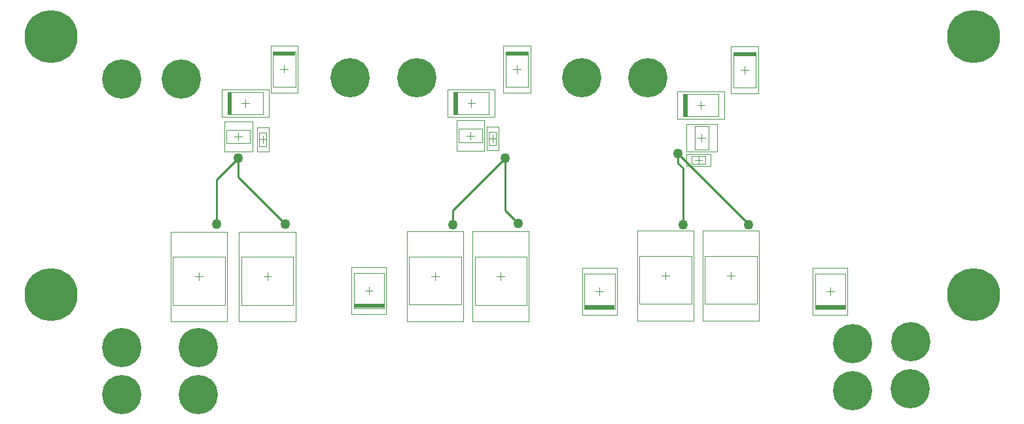
<source format=gbl>
G04*
G04 #@! TF.GenerationSoftware,Altium Limited,Altium Designer,18.1.6 (161)*
G04*
G04 Layer_Physical_Order=2*
G04 Layer_Color=16711680*
%FSLAX25Y25*%
%MOIN*%
G70*
G01*
G75*
%ADD12C,0.01000*%
%ADD13C,0.00394*%
%ADD14R,0.11496X0.02420*%
%ADD15R,0.15512X0.02420*%
%ADD16R,0.02420X0.11496*%
%ADD17C,0.00197*%
%ADD47C,0.27000*%
%ADD48C,0.20000*%
%ADD49C,0.05000*%
D12*
X163000Y273256D02*
X186756Y249500D01*
X163000Y273256D02*
Y283000D01*
X152032Y272031D02*
X163000Y283000D01*
X152032Y249500D02*
Y272031D01*
X299000Y256316D02*
Y283000D01*
Y256316D02*
X305716Y249600D01*
X272200Y249000D02*
Y256200D01*
X299000Y283000D01*
X389500Y249000D02*
Y278000D01*
X387000Y280500D02*
Y285500D01*
X423030Y249470D01*
X387000Y280500D02*
X389500Y278000D01*
X423030Y249000D02*
Y249470D01*
X186756Y249500D02*
Y250713D01*
D13*
X180604Y337496D02*
X192100D01*
X180604Y319504D02*
X192100D01*
Y337496D01*
X180604Y319504D02*
Y337496D01*
X237256Y206504D02*
Y224496D01*
X221744Y206504D02*
Y224496D01*
X237256D01*
X221744Y206504D02*
X237256D01*
X177370Y289102D02*
Y295992D01*
X173630Y289102D02*
Y295992D01*
X177370D01*
X173630Y289102D02*
X177370D01*
X156996Y297468D02*
X169004D01*
X156996Y290579D02*
X169004D01*
Y297468D01*
X156996Y290579D02*
Y297468D01*
X164453Y232594D02*
X191028D01*
X164453Y208106D02*
X191028D01*
Y232594D01*
X164453Y208106D02*
Y232594D01*
X389730Y304252D02*
Y315748D01*
X407722Y304252D02*
Y315748D01*
X389730D02*
X407722D01*
X389730Y304252D02*
X407722D01*
X472256Y205927D02*
Y223919D01*
X456744Y205927D02*
Y223919D01*
X472256D01*
X456744Y205927D02*
X472256D01*
X415130Y319150D02*
Y337142D01*
X426626Y319150D02*
Y337142D01*
X415130Y319150D02*
X426626D01*
X415130Y337142D02*
X426626D01*
X272730Y305252D02*
Y316748D01*
X290722Y305252D02*
Y316748D01*
X272730D02*
X290722D01*
X272730Y305252D02*
X290722D01*
X339244Y205960D02*
X354756D01*
X339244Y223952D02*
X354756D01*
X339244Y205960D02*
Y223952D01*
X354756Y205960D02*
Y223952D01*
X299204Y337402D02*
X310700D01*
X299204Y319410D02*
X310700D01*
Y337402D01*
X299204Y319410D02*
Y337402D01*
X157504Y305252D02*
Y316748D01*
X175496Y305252D02*
Y316748D01*
X157504D02*
X175496D01*
X157504Y305252D02*
X175496D01*
X367211Y233095D02*
X393786D01*
X367211Y208606D02*
X393786D01*
Y233095D01*
X367211Y208606D02*
Y233095D01*
X249897Y232695D02*
X276472D01*
X249897Y208206D02*
X276472D01*
Y232695D01*
X249897Y208206D02*
Y232695D01*
X129728Y232594D02*
X156303D01*
X129728Y208106D02*
X156303D01*
Y232594D01*
X129728Y208106D02*
Y232594D01*
X394055Y280130D02*
X400945D01*
X394055Y283870D02*
X400945D01*
Y280130D02*
Y283870D01*
X394055Y280130D02*
Y283870D01*
X290630Y289555D02*
X294370D01*
X290630Y296445D02*
X294370D01*
X290630Y289555D02*
Y296445D01*
X294370Y289555D02*
Y296445D01*
X402423Y287396D02*
Y299404D01*
X395533Y287396D02*
Y299404D01*
Y287396D02*
X402423D01*
X395533Y299404D02*
X402423D01*
X275256Y291029D02*
Y297919D01*
X287264Y291029D02*
Y297919D01*
X275256Y291029D02*
X287264D01*
X275256Y297919D02*
X287264D01*
X400727Y233095D02*
X427302D01*
X400727Y208606D02*
X427302D01*
Y233095D01*
X400727Y208606D02*
Y233095D01*
X283413Y232639D02*
X309987D01*
X283413Y208151D02*
X309987D01*
Y232639D01*
X283413Y208151D02*
Y232639D01*
X179462Y340508D02*
X193242D01*
X179462Y316492D02*
X193242D01*
Y340508D01*
X179462Y316492D02*
Y340508D01*
X186352Y326532D02*
Y330469D01*
X184383Y328500D02*
X188321D01*
X227532Y215500D02*
X231469D01*
X229500Y213531D02*
Y217469D01*
X238358Y203492D02*
Y227508D01*
X220642Y203492D02*
Y227508D01*
X238358D01*
X220642Y203492D02*
X238358D01*
X173630Y292547D02*
X177370D01*
X175500Y290677D02*
Y294417D01*
X163000Y292055D02*
Y295992D01*
X161031Y294024D02*
X164969D01*
X163370Y245488D02*
X192110D01*
X163370Y199622D02*
X192110D01*
Y245488D01*
X163370Y199622D02*
Y245488D01*
X177740Y220587D02*
Y224524D01*
X175772Y222555D02*
X179709D01*
X386718Y303110D02*
Y316890D01*
X410734Y303110D02*
Y316890D01*
X386718D02*
X410734D01*
X386718Y303110D02*
X410734D01*
X396758Y310000D02*
X400695D01*
X398726Y308032D02*
Y311968D01*
X462532Y214923D02*
X466468D01*
X464500Y212954D02*
Y216891D01*
X473358Y202915D02*
Y226931D01*
X455642Y202915D02*
Y226931D01*
X473358D01*
X455642Y202915D02*
X473358D01*
X418910Y328146D02*
X422847D01*
X420878Y326177D02*
Y330114D01*
X413988Y316138D02*
Y340154D01*
X427768Y316138D02*
Y340154D01*
X413988Y316138D02*
X427768D01*
X413988Y340154D02*
X427768D01*
X269718Y304110D02*
Y317890D01*
X293734Y304110D02*
Y317890D01*
X269718D02*
X293734D01*
X269718Y304110D02*
X293734D01*
X279757Y311000D02*
X283695D01*
X281726Y309032D02*
Y312968D01*
X338142Y202948D02*
X355858D01*
X338142Y226964D02*
X355858D01*
X338142Y202948D02*
Y226964D01*
X355858Y202948D02*
Y226964D01*
X347000Y212987D02*
Y216924D01*
X345031Y214956D02*
X348969D01*
X298062Y340414D02*
X311842D01*
X298062Y316398D02*
X311842D01*
Y340414D01*
X298062Y316398D02*
Y340414D01*
X304952Y326438D02*
Y330375D01*
X302983Y328406D02*
X306921D01*
X154492Y304110D02*
Y317890D01*
X178508Y304110D02*
Y317890D01*
X154492D02*
X178508D01*
X154492Y304110D02*
X178508D01*
X164532Y311000D02*
X168468D01*
X166500Y309032D02*
Y312968D01*
X366128Y245988D02*
X394868D01*
X366128Y200122D02*
X394868D01*
Y245988D01*
X366128Y200122D02*
Y245988D01*
X380498Y221087D02*
Y225024D01*
X378530Y223055D02*
X382467D01*
X248814Y245588D02*
X277554D01*
X248814Y199722D02*
X277554D01*
Y245588D01*
X248814Y199722D02*
Y245588D01*
X263184Y220687D02*
Y224624D01*
X261216Y222655D02*
X265153D01*
X128646Y245488D02*
X157386D01*
X128646Y199622D02*
X157386D01*
Y245488D01*
X128646Y199622D02*
Y245488D01*
X143016Y220587D02*
Y224524D01*
X141047Y222555D02*
X144984D01*
X397500Y280130D02*
Y283870D01*
X395630Y282000D02*
X399370D01*
X292500Y291130D02*
Y294870D01*
X290630Y293000D02*
X294370D01*
X397009Y293400D02*
X400947D01*
X398978Y291431D02*
Y295369D01*
X279291Y294474D02*
X283228D01*
X281260Y292506D02*
Y296443D01*
X399644Y245988D02*
X428384D01*
X399644Y200122D02*
X428384D01*
Y245988D01*
X399644Y200122D02*
Y245988D01*
X414014Y221087D02*
Y225024D01*
X412046Y223055D02*
X415983D01*
X282330Y245533D02*
X311070D01*
X282330Y199667D02*
X311070D01*
Y245533D01*
X282330Y199667D02*
Y245533D01*
X296700Y220632D02*
Y224569D01*
X294731Y222600D02*
X298669D01*
D14*
X186352Y336286D02*
D03*
X420878Y335932D02*
D03*
X304952Y336192D02*
D03*
D15*
X229500Y207714D02*
D03*
X464500Y207137D02*
D03*
X347000Y207170D02*
D03*
D16*
X390940Y310000D02*
D03*
X273939Y311000D02*
D03*
X158714D02*
D03*
D17*
X178453Y286445D02*
Y298650D01*
X172547Y286445D02*
Y298650D01*
X178453D01*
X172547Y286445D02*
X178453D01*
X155913Y301799D02*
X170087D01*
X155913Y286248D02*
X170087D01*
Y301799D01*
X155913Y286248D02*
Y301799D01*
X391398Y279047D02*
X403602D01*
X391398Y284953D02*
X403602D01*
Y279047D02*
Y284953D01*
X391398Y279047D02*
Y284953D01*
X289547Y286898D02*
X295453D01*
X289547Y299102D02*
X295453D01*
X289547Y286898D02*
Y299102D01*
X295453Y286898D02*
Y299102D01*
X406753Y286313D02*
Y300487D01*
X391202Y286313D02*
Y300487D01*
Y286313D02*
X406753D01*
X391202Y300487D02*
X406753D01*
X274173Y286698D02*
Y302250D01*
X288347Y286698D02*
Y302250D01*
X274173Y286698D02*
X288347D01*
X274173Y302250D02*
X288347D01*
D47*
X67500Y213500D02*
D03*
X537500Y345000D02*
D03*
X67500D02*
D03*
X537500Y213500D02*
D03*
D48*
X338000Y324000D02*
D03*
X103625Y323500D02*
D03*
X134000D02*
D03*
X505500Y189250D02*
D03*
X505200Y165500D02*
D03*
X476000Y164500D02*
D03*
Y188500D02*
D03*
X142500Y186500D02*
D03*
X254000Y324000D02*
D03*
X371483D02*
D03*
X103700Y162500D02*
D03*
Y186500D02*
D03*
X220000Y324000D02*
D03*
X142500Y162500D02*
D03*
D49*
X163000Y283000D02*
D03*
X152032Y249500D02*
D03*
X299000Y283000D02*
D03*
X389500Y249000D02*
D03*
X387000Y285500D02*
D03*
X423030Y249000D02*
D03*
X272200D02*
D03*
X305716Y249600D02*
D03*
X186756Y249500D02*
D03*
M02*

</source>
